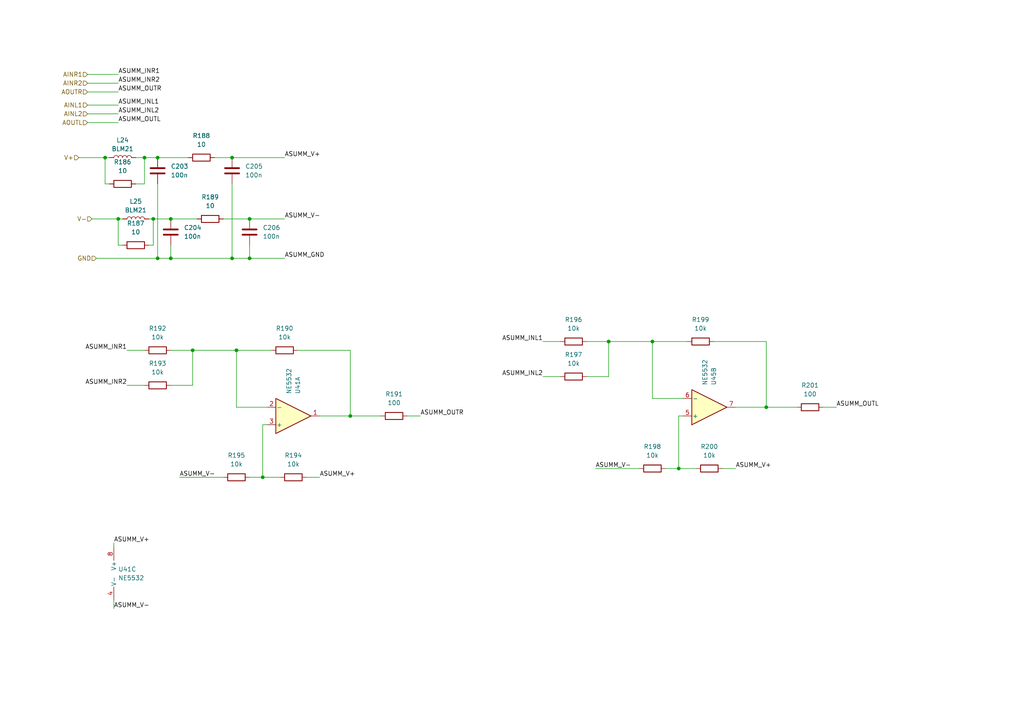
<source format=kicad_sch>
(kicad_sch (version 20250114) (generator "eeschema") (generator_version "9.0")
  (paper "A4")
  (title_block (title "Analog summator") (company "Russia, Samara 2026") (comment 1 "007") (comment 2 "Maxssau"))
  (lib_symbols
    (symbol "Amplifier_Operational:NE5532" (pin_names (offset 0.127))
      (property "Reference" "U" (at 0 5.08 0))
      (property "Value" "NE5532" (at 0 -5.08 0))
      (symbol "NE5532_1_1"
        (polyline (pts (xy -5.08 5.08) (xy 5.08 0) (xy -5.08 -5.08) (xy -5.08 5.08)) (stroke (width 0.254)) (fill (type background)))
        (pin input line (at -7.62 2.54 0) (length 2.54) (name "+") (number "3"))
        (pin input line (at -7.62 -2.54 0) (length 2.54) (name "-") (number "2"))
        (pin output line (at 7.62 0 180) (length 2.54) (name "~") (number "1"))
      )
      (symbol "NE5532_2_1"
        (polyline (pts (xy -5.08 5.08) (xy 5.08 0) (xy -5.08 -5.08) (xy -5.08 5.08)) (stroke (width 0.254)) (fill (type background)))
        (pin input line (at -7.62 2.54 0) (length 2.54) (name "+") (number "5"))
        (pin input line (at -7.62 -2.54 0) (length 2.54) (name "-") (number "6"))
        (pin output line (at 7.62 0 180) (length 2.54) (name "~") (number "7"))
      )
      (symbol "NE5532_3_1"
        (pin power_in line (at -2.54 7.62 270) (length 3.81) (name "V+") (number "8"))
        (pin power_in line (at -2.54 -7.62 90) (length 3.81) (name "V-") (number "4"))
      )
    )
    (symbol "Device:C" (pin_numbers (hide yes)) (pin_names (offset 0.254))
      (property "Reference" "C" (at 0.635 2.54 0))
      (property "Value" "C" (at 0.635 -2.54 0))
      (symbol "C_0_1"
        (polyline (pts (xy -2.032 0.762) (xy 2.032 0.762)) (stroke (width 0.508)))
        (polyline (pts (xy -2.032 -0.762) (xy 2.032 -0.762)) (stroke (width 0.508)))
      )
      (symbol "C_1_1"
        (pin passive line (at 0 3.81 270) (length 2.794) (name "~") (number "1"))
        (pin passive line (at 0 -3.81 90) (length 2.794) (name "~") (number "2"))
      )
    )
    (symbol "Device:L" (pin_numbers (hide yes)) (pin_names (offset 1.016) (hide yes))
      (property "Reference" "L" (at -1.27 0 90))
      (property "Value" "L" (at 1.905 0 90))
      (symbol "L_0_1"
        (arc (start 0 2.54) (mid 0.6323 1.905) (end 0 1.27))
        (arc (start 0 1.27) (mid 0.6323 0.635) (end 0 0))
        (arc (start 0 0) (mid 0.6323 -0.635) (end 0 -1.27))
        (arc (start 0 -1.27) (mid 0.6323 -1.905) (end 0 -2.54))
      )
      (symbol "L_1_1"
        (pin passive line (at 0 3.81 270) (length 1.27) (name "1") (number "1"))
        (pin passive line (at 0 -3.81 90) (length 1.27) (name "2") (number "2"))
      )
    )
    (symbol "Device:R" (pin_numbers (hide yes)) (pin_names (offset 0))
      (property "Reference" "R" (at 2.032 0 90))
      (property "Value" "R" (at 0 0 90))
      (symbol "R_0_1"
        (rectangle (start -1.016 -2.54) (end 1.016 2.54) (stroke (width 0.254)))
      )
      (symbol "R_1_1"
        (pin passive line (at 0 3.81 270) (length 1.27) (name "~") (number "1"))
        (pin passive line (at 0 -3.81 90) (length 1.27) (name "~") (number "2"))
      )
    )
  )
  (junction (at 189.23 99.06))
  (junction (at 76.2 138.43))
  (junction (at 67.31 74.93))
  (junction (at 176.53 99.06))
  (junction (at 55.88 101.6))
  (junction (at 45.72 45.72))
  (junction (at 222.25 118.11))
  (junction (at 49.53 74.93))
  (junction (at 67.31 45.72))
  (junction (at 101.6 120.65))
  (junction (at 72.39 74.93))
  (junction (at 30.48 45.72))
  (junction (at 72.39 63.5))
  (junction (at 45.72 74.93))
  (junction (at 68.58 101.6))
  (junction (at 34.29 63.5))
  (junction (at 196.85 135.89))
  (junction (at 49.53 63.5))
  (junction (at 41.91 45.72))
  (junction (at 44.45 63.5))
  (wire (pts (xy 72.39 71.12) (xy 72.39 74.93)))
  (wire (pts (xy 34.29 24.13) (xy 25.4 24.13)))
  (wire (pts (xy 26.67 63.5) (xy 34.29 63.5)))
  (wire (pts (xy 55.88 101.6) (xy 68.58 101.6)))
  (wire (pts (xy 72.39 74.93) (xy 82.55 74.93)))
  (wire (pts (xy 49.53 63.5) (xy 57.15 63.5)))
  (wire (pts (xy 45.72 53.34) (xy 45.72 74.93)))
  (wire (pts (xy 222.25 118.11) (xy 231.14 118.11)))
  (wire (pts (xy 72.39 138.43) (xy 76.2 138.43)))
  (wire (pts (xy 55.88 111.76) (xy 55.88 101.6)))
  (wire (pts (xy 34.29 63.5) (xy 35.56 63.5)))
  (wire (pts (xy 101.6 101.6) (xy 101.6 120.65)))
  (wire (pts (xy 92.71 138.43) (xy 88.9 138.43)))
  (wire (pts (xy 72.39 63.5) (xy 82.55 63.5)))
  (wire (pts (xy 35.56 71.12) (xy 34.29 71.12)))
  (wire (pts (xy 41.91 53.34) (xy 41.91 45.72)))
  (wire (pts (xy 34.29 30.48) (xy 25.4 30.48)))
  (wire (pts (xy 36.83 111.76) (xy 41.91 111.76)))
  (wire (pts (xy 43.18 63.5) (xy 44.45 63.5)))
  (wire (pts (xy 76.2 123.19) (xy 76.2 138.43)))
  (wire (pts (xy 67.31 53.34) (xy 67.31 74.93)))
  (wire (pts (xy 49.53 74.93) (xy 67.31 74.93)))
  (wire (pts (xy 52.07 138.43) (xy 64.77 138.43)))
  (wire (pts (xy 198.12 120.65) (xy 196.85 120.65)))
  (wire (pts (xy 207.01 99.06) (xy 222.25 99.06)))
  (wire (pts (xy 22.86 45.72) (xy 30.48 45.72)))
  (wire (pts (xy 45.72 45.72) (xy 54.61 45.72)))
  (wire (pts (xy 68.58 101.6) (xy 68.58 118.11)))
  (wire (pts (xy 101.6 120.65) (xy 92.71 120.65)))
  (wire (pts (xy 176.53 99.06) (xy 189.23 99.06)))
  (wire (pts (xy 62.23 45.72) (xy 67.31 45.72)))
  (wire (pts (xy 176.53 109.22) (xy 176.53 99.06)))
  (wire (pts (xy 49.53 111.76) (xy 55.88 111.76)))
  (wire (pts (xy 189.23 99.06) (xy 189.23 115.57)))
  (wire (pts (xy 49.53 71.12) (xy 49.53 74.93)))
  (wire (pts (xy 67.31 74.93) (xy 72.39 74.93)))
  (wire (pts (xy 33.02 157.48) (xy 33.02 158.75)))
  (wire (pts (xy 157.48 99.06) (xy 162.56 99.06)))
  (wire (pts (xy 213.36 135.89) (xy 209.55 135.89)))
  (wire (pts (xy 49.53 101.6) (xy 55.88 101.6)))
  (wire (pts (xy 67.31 45.72) (xy 82.55 45.72)))
  (wire (pts (xy 242.57 118.11) (xy 238.76 118.11)))
  (wire (pts (xy 27.94 74.93) (xy 45.72 74.93)))
  (wire (pts (xy 31.75 53.34) (xy 30.48 53.34)))
  (wire (pts (xy 222.25 118.11) (xy 213.36 118.11)))
  (wire (pts (xy 43.18 71.12) (xy 44.45 71.12)))
  (wire (pts (xy 101.6 120.65) (xy 110.49 120.65)))
  (wire (pts (xy 196.85 120.65) (xy 196.85 135.89)))
  (wire (pts (xy 222.25 99.06) (xy 222.25 118.11)))
  (wire (pts (xy 196.85 135.89) (xy 201.93 135.89)))
  (wire (pts (xy 193.04 135.89) (xy 196.85 135.89)))
  (wire (pts (xy 78.74 101.6) (xy 68.58 101.6)))
  (wire (pts (xy 41.91 45.72) (xy 45.72 45.72)))
  (wire (pts (xy 189.23 115.57) (xy 198.12 115.57)))
  (wire (pts (xy 44.45 63.5) (xy 49.53 63.5)))
  (wire (pts (xy 199.39 99.06) (xy 189.23 99.06)))
  (wire (pts (xy 157.48 109.22) (xy 162.56 109.22)))
  (wire (pts (xy 34.29 71.12) (xy 34.29 63.5)))
  (wire (pts (xy 39.37 45.72) (xy 41.91 45.72)))
  (wire (pts (xy 36.83 101.6) (xy 41.91 101.6)))
  (wire (pts (xy 44.45 71.12) (xy 44.45 63.5)))
  (wire (pts (xy 76.2 138.43) (xy 81.28 138.43)))
  (wire (pts (xy 77.47 123.19) (xy 76.2 123.19)))
  (wire (pts (xy 34.29 21.59) (xy 25.4 21.59)))
  (wire (pts (xy 45.72 74.93) (xy 49.53 74.93)))
  (wire (pts (xy 30.48 45.72) (xy 30.48 53.34)))
  (wire (pts (xy 170.18 99.06) (xy 176.53 99.06)))
  (wire (pts (xy 30.48 45.72) (xy 31.75 45.72)))
  (wire (pts (xy 64.77 63.5) (xy 72.39 63.5)))
  (wire (pts (xy 68.58 118.11) (xy 77.47 118.11)))
  (wire (pts (xy 34.29 35.56) (xy 25.4 35.56)))
  (wire (pts (xy 34.29 26.67) (xy 25.4 26.67)))
  (wire (pts (xy 170.18 109.22) (xy 176.53 109.22)))
  (wire (pts (xy 86.36 101.6) (xy 101.6 101.6)))
  (wire (pts (xy 33.02 176.53) (xy 33.02 173.99)))
  (wire (pts (xy 39.37 53.34) (xy 41.91 53.34)))
  (wire (pts (xy 34.29 33.02) (xy 25.4 33.02)))
  (wire (pts (xy 121.92 120.65) (xy 118.11 120.65)))
  (wire (pts (xy 172.72 135.89) (xy 185.42 135.89)))
  (label "ASUMM_INL1" (at 157.48 99.06 180))
  (label "ASUMM_INR1" (at 34.29 21.59 0))
  (label "ASUMM_V+" (at 92.71 138.43 0))
  (label "ASUMM_INL2" (at 34.29 33.02 0))
  (label "ASUMM_OUTR" (at 34.29 26.67 0))
  (label "ASUMM_INR2" (at 36.83 111.76 180))
  (label "ASUMM_GND" (at 82.55 74.93 0))
  (label "ASUMM_OUTL" (at 34.29 35.56 0))
  (label "ASUMM_V-" (at 52.07 138.43 0))
  (label "ASUMM_INR1" (at 36.83 101.6 180))
  (label "ASUMM_V+" (at 82.55 45.72 0))
  (label "ASUMM_INL1" (at 34.29 30.48 0))
  (label "ASUMM_OUTL" (at 242.57 118.11 0))
  (label "ASUMM_V-" (at 172.72 135.89 0))
  (label "ASUMM_OUTR" (at 121.92 120.65 0))
  (label "ASUMM_INR2" (at 34.29 24.13 0))
  (label "ASUMM_V-" (at 82.55 63.5 0))
  (label "ASUMM_V+" (at 213.36 135.89 0))
  (label "ASUMM_V-" (at 33.02 176.53 0))
  (label "ASUMM_V+" (at 33.02 157.48 0))
  (label "ASUMM_INL2" (at 157.48 109.22 180))
  (hierarchical_label "V+" (shape input) (at 22.86 45.72 180))
  (hierarchical_label "AINL2" (shape input) (at 25.4 33.02 180))
  (hierarchical_label "AINR2" (shape input) (at 25.4 24.13 180))
  (hierarchical_label "AINR1" (shape input) (at 25.4 21.59 180))
  (hierarchical_label "GND" (shape input) (at 27.94 74.93 180))
  (hierarchical_label "V-" (shape input) (at 26.67 63.5 180))
  (hierarchical_label "AINL1" (shape input) (at 25.4 30.48 180))
  (hierarchical_label "AOUTL" (shape input) (at 25.4 35.56 180))
  (hierarchical_label "AOUTR" (shape input) (at 25.4 26.67 180))
  (symbol (lib_id "Device:L") (at 35.56 45.72 90) (unit 1)
    (property "Reference" "L24" (at 35.56 40.64 90))
    (property "Value" "BLM21" (at 35.56 43.18 90))
    (property "Footprint" "Inductor_SMD:L_0805_2012Metric_Pad1.15x1.40mm_HandSolder" (effects (hide yes)))
    (property "Description" "Inductor" (effects (hide yes)))
  )
  (symbol (lib_id "Device:R") (at 58.42 45.72 90) (unit 1)
    (property "Reference" "R188" (at 58.42 39.37 90))
    (property "Value" "10" (at 58.42 41.91 90))
    (property "Footprint" "Resistor_SMD:R_0805_2012Metric_Pad1.20x1.40mm_HandSolder" (effects (hide yes)))
    (property "Description" "Resistor" (effects (hide yes)))
  )
  (symbol (lib_id "Device:R") (at 45.72 111.76 90) (unit 1)
    (property "Reference" "R193" (at 45.72 105.41 90))
    (property "Value" "10k" (at 45.72 107.95 90))
    (property "Footprint" "Resistor_SMD:R_0805_2012Metric_Pad1.20x1.40mm_HandSolder" (effects (hide yes)))
    (property "Description" "Resistor" (effects (hide yes)))
  )
  (symbol (lib_id "Amplifier_Operational:NE5532") (at 205.74 118.11 0) (mirror x) (unit 2)
    (property "Reference" "U45" (at 207.0101 111.76 90) (effects (justify right)))
    (property "Value" "NE5532" (at 204.4701 111.76 90) (effects (justify right)))
    (property "Footprint" "Package_SO:SOIC-8_3.9x4.9mm_P1.27mm" (effects (hide yes)))
    (property "Datasheet" "http://www.ti.com/lit/ds/symlink/ne5532.pdf" (effects (hide yes)))
    (property "Description" "Dual Low-Noise Operational Amplifiers, DIP-8/SOIC-8" (effects (hide yes)))
  )
  (symbol (lib_id "Device:C") (at 45.72 49.53 0) (unit 1)
    (property "Reference" "C203" (at 49.53 48.2599 0) (effects (justify left)))
    (property "Value" "100n" (at 49.53 50.7999 0) (effects (justify left)))
    (property "Footprint" "Capacitor_SMD:C_0805_2012Metric_Pad1.18x1.45mm_HandSolder" (effects (hide yes)))
    (property "Description" "Unpolarized capacitor" (effects (hide yes)))
  )
  (symbol (lib_id "Device:R") (at 189.23 135.89 90) (unit 1)
    (property "Reference" "R198" (at 189.23 129.54 90))
    (property "Value" "10k" (at 189.23 132.08 90))
    (property "Footprint" "Resistor_SMD:R_0805_2012Metric_Pad1.20x1.40mm_HandSolder" (effects (hide yes)))
    (property "Description" "Resistor" (effects (hide yes)))
  )
  (symbol (lib_id "Device:R") (at 35.56 53.34 90) (unit 1)
    (property "Reference" "R186" (at 35.56 46.99 90))
    (property "Value" "10" (at 35.56 49.53 90))
    (property "Footprint" "Resistor_SMD:R_0805_2012Metric_Pad1.20x1.40mm_HandSolder" (effects (hide yes)))
    (property "Description" "Resistor" (effects (hide yes)))
  )
  (symbol (lib_id "Device:R") (at 68.58 138.43 90) (unit 1)
    (property "Reference" "R195" (at 68.58 132.08 90))
    (property "Value" "10k" (at 68.58 134.62 90))
    (property "Footprint" "Resistor_SMD:R_0805_2012Metric_Pad1.20x1.40mm_HandSolder" (effects (hide yes)))
    (property "Description" "Resistor" (effects (hide yes)))
  )
  (symbol (lib_id "Device:R") (at 205.74 135.89 90) (unit 1)
    (property "Reference" "R200" (at 205.74 129.54 90))
    (property "Value" "10k" (at 205.74 132.08 90))
    (property "Footprint" "Resistor_SMD:R_0805_2012Metric_Pad1.20x1.40mm_HandSolder" (effects (hide yes)))
    (property "Description" "Resistor" (effects (hide yes)))
  )
  (symbol (lib_id "Device:R") (at 85.09 138.43 90) (unit 1)
    (property "Reference" "R194" (at 85.09 132.08 90))
    (property "Value" "10k" (at 85.09 134.62 90))
    (property "Footprint" "Resistor_SMD:R_0805_2012Metric_Pad1.20x1.40mm_HandSolder" (effects (hide yes)))
    (property "Description" "Resistor" (effects (hide yes)))
  )
  (symbol (lib_id "Device:R") (at 166.37 109.22 90) (unit 1)
    (property "Reference" "R197" (at 166.37 102.87 90))
    (property "Value" "10k" (at 166.37 105.41 90))
    (property "Footprint" "Resistor_SMD:R_0805_2012Metric_Pad1.20x1.40mm_HandSolder" (effects (hide yes)))
    (property "Description" "Resistor" (effects (hide yes)))
  )
  (symbol (lib_id "Device:R") (at 82.55 101.6 90) (unit 1)
    (property "Reference" "R190" (at 82.55 95.25 90))
    (property "Value" "10k" (at 82.55 97.79 90))
    (property "Footprint" "Resistor_SMD:R_0805_2012Metric_Pad1.20x1.40mm_HandSolder" (effects (hide yes)))
    (property "Description" "Resistor" (effects (hide yes)))
  )
  (symbol (lib_id "Device:C") (at 72.39 67.31 0) (unit 1)
    (property "Reference" "C206" (at 76.2 66.0399 0) (effects (justify left)))
    (property "Value" "100n" (at 76.2 68.5799 0) (effects (justify left)))
    (property "Footprint" "Capacitor_SMD:C_0805_2012Metric_Pad1.18x1.45mm_HandSolder" (effects (hide yes)))
    (property "Description" "Unpolarized capacitor" (effects (hide yes)))
  )
  (symbol (lib_id "Device:R") (at 39.37 71.12 90) (unit 1)
    (property "Reference" "R187" (at 39.37 64.77 90))
    (property "Value" "10" (at 39.37 67.31 90))
    (property "Footprint" "Resistor_SMD:R_0805_2012Metric_Pad1.20x1.40mm_HandSolder" (effects (hide yes)))
    (property "Description" "Resistor" (effects (hide yes)))
  )
  (symbol (lib_id "Device:R") (at 60.96 63.5 90) (unit 1)
    (property "Reference" "R189" (at 60.96 57.15 90))
    (property "Value" "10" (at 60.96 59.69 90))
    (property "Footprint" "Resistor_SMD:R_0805_2012Metric_Pad1.20x1.40mm_HandSolder" (effects (hide yes)))
    (property "Description" "Resistor" (effects (hide yes)))
  )
  (symbol (lib_id "Device:C") (at 49.53 67.31 0) (unit 1)
    (property "Reference" "C204" (at 53.34 66.0399 0) (effects (justify left)))
    (property "Value" "100n" (at 53.34 68.5799 0) (effects (justify left)))
    (property "Footprint" "Capacitor_SMD:C_0805_2012Metric_Pad1.18x1.45mm_HandSolder" (effects (hide yes)))
    (property "Description" "Unpolarized capacitor" (effects (hide yes)))
  )
  (symbol (lib_id "Amplifier_Operational:NE5532") (at 35.56 166.37 0) (unit 3)
    (property "Reference" "U41" (at 34.29 165.0999 0) (effects (justify left)))
    (property "Value" "NE5532" (at 34.29 167.6399 0) (effects (justify left)))
    (property "Footprint" "Package_SO:SOIC-8_3.9x4.9mm_P1.27mm" (effects (hide yes)))
    (property "Datasheet" "http://www.ti.com/lit/ds/symlink/ne5532.pdf" (effects (hide yes)))
    (property "Description" "Dual Low-Noise Operational Amplifiers, DIP-8/SOIC-8" (effects (hide yes)))
  )
  (symbol (lib_id "Device:L") (at 39.37 63.5 90) (unit 1)
    (property "Reference" "L25" (at 39.37 58.42 90))
    (property "Value" "BLM21" (at 39.37 60.96 90))
    (property "Footprint" "Inductor_SMD:L_0805_2012Metric_Pad1.15x1.40mm_HandSolder" (effects (hide yes)))
    (property "Description" "Inductor" (effects (hide yes)))
  )
  (symbol (lib_id "Device:R") (at 114.3 120.65 90) (unit 1)
    (property "Reference" "R191" (at 114.3 114.3 90))
    (property "Value" "100" (at 114.3 116.84 90))
    (property "Footprint" "Resistor_SMD:R_0805_2012Metric_Pad1.20x1.40mm_HandSolder" (effects (hide yes)))
    (property "Description" "Resistor" (effects (hide yes)))
  )
  (symbol (lib_id "Device:R") (at 203.2 99.06 90) (unit 1)
    (property "Reference" "R199" (at 203.2 92.71 90))
    (property "Value" "10k" (at 203.2 95.25 90))
    (property "Footprint" "Resistor_SMD:R_0805_2012Metric_Pad1.20x1.40mm_HandSolder" (effects (hide yes)))
    (property "Description" "Resistor" (effects (hide yes)))
  )
  (symbol (lib_id "Device:R") (at 166.37 99.06 90) (unit 1)
    (property "Reference" "R196" (at 166.37 92.71 90))
    (property "Value" "10k" (at 166.37 95.25 90))
    (property "Footprint" "Resistor_SMD:R_0805_2012Metric_Pad1.20x1.40mm_HandSolder" (effects (hide yes)))
    (property "Description" "Resistor" (effects (hide yes)))
  )
  (symbol (lib_id "Device:R") (at 234.95 118.11 90) (unit 1)
    (property "Reference" "R201" (at 234.95 111.76 90))
    (property "Value" "100" (at 234.95 114.3 90))
    (property "Footprint" "Resistor_SMD:R_0805_2012Metric_Pad1.20x1.40mm_HandSolder" (effects (hide yes)))
    (property "Description" "Resistor" (effects (hide yes)))
  )
  (symbol (lib_id "Device:R") (at 45.72 101.6 90) (unit 1)
    (property "Reference" "R192" (at 45.72 95.25 90))
    (property "Value" "10k" (at 45.72 97.79 90))
    (property "Footprint" "Resistor_SMD:R_0805_2012Metric_Pad1.20x1.40mm_HandSolder" (effects (hide yes)))
    (property "Description" "Resistor" (effects (hide yes)))
  )
  (symbol (lib_id "Amplifier_Operational:NE5532") (at 85.09 120.65 0) (mirror x) (unit 1)
    (property "Reference" "U41" (at 86.3601 114.3 90) (effects (justify right)))
    (property "Value" "NE5532" (at 83.8201 114.3 90) (effects (justify right)))
    (property "Footprint" "Package_SO:SOIC-8_3.9x4.9mm_P1.27mm" (effects (hide yes)))
    (property "Datasheet" "http://www.ti.com/lit/ds/symlink/ne5532.pdf" (effects (hide yes)))
    (property "Description" "Dual Low-Noise Operational Amplifiers, DIP-8/SOIC-8" (effects (hide yes)))
  )
  (symbol (lib_id "Device:C") (at 67.31 49.53 0) (unit 1)
    (property "Reference" "C205" (at 71.12 48.2599 0) (effects (justify left)))
    (property "Value" "100n" (at 71.12 50.7999 0) (effects (justify left)))
    (property "Footprint" "Capacitor_SMD:C_0805_2012Metric_Pad1.18x1.45mm_HandSolder" (effects (hide yes)))
    (property "Description" "Unpolarized capacitor" (effects (hide yes)))
  )
)
</source>
